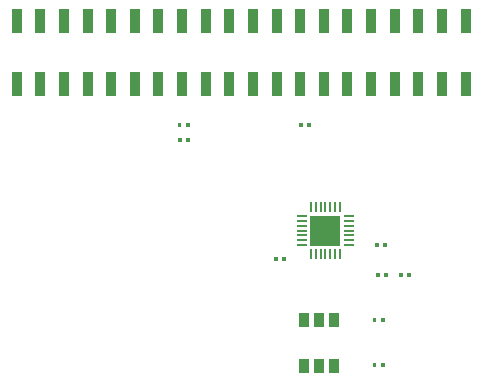
<source format=gbr>
G04 #@! TF.GenerationSoftware,KiCad,Pcbnew,5.1.2-1.fc30*
G04 #@! TF.CreationDate,2019-05-22T10:25:12+05:30*
G04 #@! TF.ProjectId,sx1509,73783135-3039-42e6-9b69-6361645f7063,v0.1*
G04 #@! TF.SameCoordinates,Original*
G04 #@! TF.FileFunction,Paste,Top*
G04 #@! TF.FilePolarity,Positive*
%FSLAX46Y46*%
G04 Gerber Fmt 4.6, Leading zero omitted, Abs format (unit mm)*
G04 Created by KiCad (PCBNEW 5.1.2-1.fc30) date 2019-05-22 10:25:12*
%MOMM*%
%LPD*%
G04 APERTURE LIST*
%ADD10R,0.198120X0.848360*%
%ADD11R,0.848360X0.198120*%
%ADD12R,2.649220X2.649220*%
%ADD13R,0.890000X2.100000*%
%ADD14C,0.100000*%
%ADD15C,0.318000*%
%ADD16R,0.970000X1.270000*%
G04 APERTURE END LIST*
D10*
X137336880Y-117118420D03*
X136935560Y-117118420D03*
X136536780Y-117118420D03*
X136138000Y-117118420D03*
X135739220Y-117118420D03*
X135340440Y-117118420D03*
X134939120Y-117118420D03*
D11*
X134164420Y-117893120D03*
X134164420Y-118294440D03*
X134164420Y-118693220D03*
X134164420Y-119092000D03*
X134164420Y-119490780D03*
X134164420Y-119889560D03*
X134164420Y-120290880D03*
D10*
X134939120Y-121065580D03*
X135340440Y-121065580D03*
X135739220Y-121065580D03*
X136138000Y-121065580D03*
X136536780Y-121065580D03*
X136935560Y-121065580D03*
X137336880Y-121065580D03*
D11*
X138111580Y-120290880D03*
X138111580Y-119889560D03*
X138111580Y-119490780D03*
X138111580Y-119092000D03*
X138111580Y-118693220D03*
X138111580Y-118294440D03*
X138111580Y-117893120D03*
D12*
X136138000Y-119092000D03*
D13*
X148000000Y-101350000D03*
X146000000Y-101350000D03*
X144000000Y-101350000D03*
X142000000Y-101350000D03*
X140000000Y-101350000D03*
X138000000Y-101350000D03*
X136000000Y-101350000D03*
X134000000Y-101350000D03*
X132000000Y-101350000D03*
X130000000Y-101350000D03*
X128000000Y-101350000D03*
X126000000Y-101350000D03*
X124000000Y-101350000D03*
X122000000Y-101350000D03*
X120000000Y-101350000D03*
X118000000Y-101350000D03*
X116000000Y-101350000D03*
X114000000Y-101350000D03*
X148000000Y-106650000D03*
X146000000Y-106650000D03*
X144000000Y-106650000D03*
X142000000Y-106650000D03*
X140000000Y-106650000D03*
X138000000Y-106650000D03*
X136000000Y-106650000D03*
X134000000Y-106650000D03*
X132000000Y-106650000D03*
X130000000Y-106650000D03*
X128000000Y-106650000D03*
X126000000Y-106650000D03*
X124000000Y-106650000D03*
X122000000Y-106650000D03*
X120000000Y-106650000D03*
X118000000Y-106650000D03*
X116000000Y-106650000D03*
X110000000Y-106650000D03*
X110000000Y-101350000D03*
X112000000Y-101350000D03*
X112000000Y-106650000D03*
X114000000Y-106650000D03*
D14*
G36*
X132036292Y-121301383D02*
G01*
X132044010Y-121302528D01*
X132051578Y-121304423D01*
X132058923Y-121307052D01*
X132065976Y-121310387D01*
X132072668Y-121314398D01*
X132078934Y-121319046D01*
X132084715Y-121324285D01*
X132089954Y-121330066D01*
X132094602Y-121336332D01*
X132098613Y-121343024D01*
X132101948Y-121350077D01*
X132104577Y-121357422D01*
X132106472Y-121364990D01*
X132107617Y-121372708D01*
X132108000Y-121380500D01*
X132108000Y-121581500D01*
X132107617Y-121589292D01*
X132106472Y-121597010D01*
X132104577Y-121604578D01*
X132101948Y-121611923D01*
X132098613Y-121618976D01*
X132094602Y-121625668D01*
X132089954Y-121631934D01*
X132084715Y-121637715D01*
X132078934Y-121642954D01*
X132072668Y-121647602D01*
X132065976Y-121651613D01*
X132058923Y-121654948D01*
X132051578Y-121657577D01*
X132044010Y-121659472D01*
X132036292Y-121660617D01*
X132028500Y-121661000D01*
X131869500Y-121661000D01*
X131861708Y-121660617D01*
X131853990Y-121659472D01*
X131846422Y-121657577D01*
X131839077Y-121654948D01*
X131832024Y-121651613D01*
X131825332Y-121647602D01*
X131819066Y-121642954D01*
X131813285Y-121637715D01*
X131808046Y-121631934D01*
X131803398Y-121625668D01*
X131799387Y-121618976D01*
X131796052Y-121611923D01*
X131793423Y-121604578D01*
X131791528Y-121597010D01*
X131790383Y-121589292D01*
X131790000Y-121581500D01*
X131790000Y-121380500D01*
X131790383Y-121372708D01*
X131791528Y-121364990D01*
X131793423Y-121357422D01*
X131796052Y-121350077D01*
X131799387Y-121343024D01*
X131803398Y-121336332D01*
X131808046Y-121330066D01*
X131813285Y-121324285D01*
X131819066Y-121319046D01*
X131825332Y-121314398D01*
X131832024Y-121310387D01*
X131839077Y-121307052D01*
X131846422Y-121304423D01*
X131853990Y-121302528D01*
X131861708Y-121301383D01*
X131869500Y-121301000D01*
X132028500Y-121301000D01*
X132036292Y-121301383D01*
X132036292Y-121301383D01*
G37*
D15*
X131949000Y-121481000D03*
D14*
G36*
X132726292Y-121301383D02*
G01*
X132734010Y-121302528D01*
X132741578Y-121304423D01*
X132748923Y-121307052D01*
X132755976Y-121310387D01*
X132762668Y-121314398D01*
X132768934Y-121319046D01*
X132774715Y-121324285D01*
X132779954Y-121330066D01*
X132784602Y-121336332D01*
X132788613Y-121343024D01*
X132791948Y-121350077D01*
X132794577Y-121357422D01*
X132796472Y-121364990D01*
X132797617Y-121372708D01*
X132798000Y-121380500D01*
X132798000Y-121581500D01*
X132797617Y-121589292D01*
X132796472Y-121597010D01*
X132794577Y-121604578D01*
X132791948Y-121611923D01*
X132788613Y-121618976D01*
X132784602Y-121625668D01*
X132779954Y-121631934D01*
X132774715Y-121637715D01*
X132768934Y-121642954D01*
X132762668Y-121647602D01*
X132755976Y-121651613D01*
X132748923Y-121654948D01*
X132741578Y-121657577D01*
X132734010Y-121659472D01*
X132726292Y-121660617D01*
X132718500Y-121661000D01*
X132559500Y-121661000D01*
X132551708Y-121660617D01*
X132543990Y-121659472D01*
X132536422Y-121657577D01*
X132529077Y-121654948D01*
X132522024Y-121651613D01*
X132515332Y-121647602D01*
X132509066Y-121642954D01*
X132503285Y-121637715D01*
X132498046Y-121631934D01*
X132493398Y-121625668D01*
X132489387Y-121618976D01*
X132486052Y-121611923D01*
X132483423Y-121604578D01*
X132481528Y-121597010D01*
X132480383Y-121589292D01*
X132480000Y-121581500D01*
X132480000Y-121380500D01*
X132480383Y-121372708D01*
X132481528Y-121364990D01*
X132483423Y-121357422D01*
X132486052Y-121350077D01*
X132489387Y-121343024D01*
X132493398Y-121336332D01*
X132498046Y-121330066D01*
X132503285Y-121324285D01*
X132509066Y-121319046D01*
X132515332Y-121314398D01*
X132522024Y-121310387D01*
X132529077Y-121307052D01*
X132536422Y-121304423D01*
X132543990Y-121302528D01*
X132551708Y-121301383D01*
X132559500Y-121301000D01*
X132718500Y-121301000D01*
X132726292Y-121301383D01*
X132726292Y-121301383D01*
G37*
D15*
X132639000Y-121481000D03*
D14*
G36*
X143292292Y-122680383D02*
G01*
X143300010Y-122681528D01*
X143307578Y-122683423D01*
X143314923Y-122686052D01*
X143321976Y-122689387D01*
X143328668Y-122693398D01*
X143334934Y-122698046D01*
X143340715Y-122703285D01*
X143345954Y-122709066D01*
X143350602Y-122715332D01*
X143354613Y-122722024D01*
X143357948Y-122729077D01*
X143360577Y-122736422D01*
X143362472Y-122743990D01*
X143363617Y-122751708D01*
X143364000Y-122759500D01*
X143364000Y-122960500D01*
X143363617Y-122968292D01*
X143362472Y-122976010D01*
X143360577Y-122983578D01*
X143357948Y-122990923D01*
X143354613Y-122997976D01*
X143350602Y-123004668D01*
X143345954Y-123010934D01*
X143340715Y-123016715D01*
X143334934Y-123021954D01*
X143328668Y-123026602D01*
X143321976Y-123030613D01*
X143314923Y-123033948D01*
X143307578Y-123036577D01*
X143300010Y-123038472D01*
X143292292Y-123039617D01*
X143284500Y-123040000D01*
X143125500Y-123040000D01*
X143117708Y-123039617D01*
X143109990Y-123038472D01*
X143102422Y-123036577D01*
X143095077Y-123033948D01*
X143088024Y-123030613D01*
X143081332Y-123026602D01*
X143075066Y-123021954D01*
X143069285Y-123016715D01*
X143064046Y-123010934D01*
X143059398Y-123004668D01*
X143055387Y-122997976D01*
X143052052Y-122990923D01*
X143049423Y-122983578D01*
X143047528Y-122976010D01*
X143046383Y-122968292D01*
X143046000Y-122960500D01*
X143046000Y-122759500D01*
X143046383Y-122751708D01*
X143047528Y-122743990D01*
X143049423Y-122736422D01*
X143052052Y-122729077D01*
X143055387Y-122722024D01*
X143059398Y-122715332D01*
X143064046Y-122709066D01*
X143069285Y-122703285D01*
X143075066Y-122698046D01*
X143081332Y-122693398D01*
X143088024Y-122689387D01*
X143095077Y-122686052D01*
X143102422Y-122683423D01*
X143109990Y-122681528D01*
X143117708Y-122680383D01*
X143125500Y-122680000D01*
X143284500Y-122680000D01*
X143292292Y-122680383D01*
X143292292Y-122680383D01*
G37*
D15*
X143205000Y-122860000D03*
D14*
G36*
X142602292Y-122680383D02*
G01*
X142610010Y-122681528D01*
X142617578Y-122683423D01*
X142624923Y-122686052D01*
X142631976Y-122689387D01*
X142638668Y-122693398D01*
X142644934Y-122698046D01*
X142650715Y-122703285D01*
X142655954Y-122709066D01*
X142660602Y-122715332D01*
X142664613Y-122722024D01*
X142667948Y-122729077D01*
X142670577Y-122736422D01*
X142672472Y-122743990D01*
X142673617Y-122751708D01*
X142674000Y-122759500D01*
X142674000Y-122960500D01*
X142673617Y-122968292D01*
X142672472Y-122976010D01*
X142670577Y-122983578D01*
X142667948Y-122990923D01*
X142664613Y-122997976D01*
X142660602Y-123004668D01*
X142655954Y-123010934D01*
X142650715Y-123016715D01*
X142644934Y-123021954D01*
X142638668Y-123026602D01*
X142631976Y-123030613D01*
X142624923Y-123033948D01*
X142617578Y-123036577D01*
X142610010Y-123038472D01*
X142602292Y-123039617D01*
X142594500Y-123040000D01*
X142435500Y-123040000D01*
X142427708Y-123039617D01*
X142419990Y-123038472D01*
X142412422Y-123036577D01*
X142405077Y-123033948D01*
X142398024Y-123030613D01*
X142391332Y-123026602D01*
X142385066Y-123021954D01*
X142379285Y-123016715D01*
X142374046Y-123010934D01*
X142369398Y-123004668D01*
X142365387Y-122997976D01*
X142362052Y-122990923D01*
X142359423Y-122983578D01*
X142357528Y-122976010D01*
X142356383Y-122968292D01*
X142356000Y-122960500D01*
X142356000Y-122759500D01*
X142356383Y-122751708D01*
X142357528Y-122743990D01*
X142359423Y-122736422D01*
X142362052Y-122729077D01*
X142365387Y-122722024D01*
X142369398Y-122715332D01*
X142374046Y-122709066D01*
X142379285Y-122703285D01*
X142385066Y-122698046D01*
X142391332Y-122693398D01*
X142398024Y-122689387D01*
X142405077Y-122686052D01*
X142412422Y-122683423D01*
X142419990Y-122681528D01*
X142427708Y-122680383D01*
X142435500Y-122680000D01*
X142594500Y-122680000D01*
X142602292Y-122680383D01*
X142602292Y-122680383D01*
G37*
D15*
X142515000Y-122860000D03*
D14*
G36*
X140667292Y-122680383D02*
G01*
X140675010Y-122681528D01*
X140682578Y-122683423D01*
X140689923Y-122686052D01*
X140696976Y-122689387D01*
X140703668Y-122693398D01*
X140709934Y-122698046D01*
X140715715Y-122703285D01*
X140720954Y-122709066D01*
X140725602Y-122715332D01*
X140729613Y-122722024D01*
X140732948Y-122729077D01*
X140735577Y-122736422D01*
X140737472Y-122743990D01*
X140738617Y-122751708D01*
X140739000Y-122759500D01*
X140739000Y-122960500D01*
X140738617Y-122968292D01*
X140737472Y-122976010D01*
X140735577Y-122983578D01*
X140732948Y-122990923D01*
X140729613Y-122997976D01*
X140725602Y-123004668D01*
X140720954Y-123010934D01*
X140715715Y-123016715D01*
X140709934Y-123021954D01*
X140703668Y-123026602D01*
X140696976Y-123030613D01*
X140689923Y-123033948D01*
X140682578Y-123036577D01*
X140675010Y-123038472D01*
X140667292Y-123039617D01*
X140659500Y-123040000D01*
X140500500Y-123040000D01*
X140492708Y-123039617D01*
X140484990Y-123038472D01*
X140477422Y-123036577D01*
X140470077Y-123033948D01*
X140463024Y-123030613D01*
X140456332Y-123026602D01*
X140450066Y-123021954D01*
X140444285Y-123016715D01*
X140439046Y-123010934D01*
X140434398Y-123004668D01*
X140430387Y-122997976D01*
X140427052Y-122990923D01*
X140424423Y-122983578D01*
X140422528Y-122976010D01*
X140421383Y-122968292D01*
X140421000Y-122960500D01*
X140421000Y-122759500D01*
X140421383Y-122751708D01*
X140422528Y-122743990D01*
X140424423Y-122736422D01*
X140427052Y-122729077D01*
X140430387Y-122722024D01*
X140434398Y-122715332D01*
X140439046Y-122709066D01*
X140444285Y-122703285D01*
X140450066Y-122698046D01*
X140456332Y-122693398D01*
X140463024Y-122689387D01*
X140470077Y-122686052D01*
X140477422Y-122683423D01*
X140484990Y-122681528D01*
X140492708Y-122680383D01*
X140500500Y-122680000D01*
X140659500Y-122680000D01*
X140667292Y-122680383D01*
X140667292Y-122680383D01*
G37*
D15*
X140580000Y-122860000D03*
D14*
G36*
X141357292Y-122680383D02*
G01*
X141365010Y-122681528D01*
X141372578Y-122683423D01*
X141379923Y-122686052D01*
X141386976Y-122689387D01*
X141393668Y-122693398D01*
X141399934Y-122698046D01*
X141405715Y-122703285D01*
X141410954Y-122709066D01*
X141415602Y-122715332D01*
X141419613Y-122722024D01*
X141422948Y-122729077D01*
X141425577Y-122736422D01*
X141427472Y-122743990D01*
X141428617Y-122751708D01*
X141429000Y-122759500D01*
X141429000Y-122960500D01*
X141428617Y-122968292D01*
X141427472Y-122976010D01*
X141425577Y-122983578D01*
X141422948Y-122990923D01*
X141419613Y-122997976D01*
X141415602Y-123004668D01*
X141410954Y-123010934D01*
X141405715Y-123016715D01*
X141399934Y-123021954D01*
X141393668Y-123026602D01*
X141386976Y-123030613D01*
X141379923Y-123033948D01*
X141372578Y-123036577D01*
X141365010Y-123038472D01*
X141357292Y-123039617D01*
X141349500Y-123040000D01*
X141190500Y-123040000D01*
X141182708Y-123039617D01*
X141174990Y-123038472D01*
X141167422Y-123036577D01*
X141160077Y-123033948D01*
X141153024Y-123030613D01*
X141146332Y-123026602D01*
X141140066Y-123021954D01*
X141134285Y-123016715D01*
X141129046Y-123010934D01*
X141124398Y-123004668D01*
X141120387Y-122997976D01*
X141117052Y-122990923D01*
X141114423Y-122983578D01*
X141112528Y-122976010D01*
X141111383Y-122968292D01*
X141111000Y-122960500D01*
X141111000Y-122759500D01*
X141111383Y-122751708D01*
X141112528Y-122743990D01*
X141114423Y-122736422D01*
X141117052Y-122729077D01*
X141120387Y-122722024D01*
X141124398Y-122715332D01*
X141129046Y-122709066D01*
X141134285Y-122703285D01*
X141140066Y-122698046D01*
X141146332Y-122693398D01*
X141153024Y-122689387D01*
X141160077Y-122686052D01*
X141167422Y-122683423D01*
X141174990Y-122681528D01*
X141182708Y-122680383D01*
X141190500Y-122680000D01*
X141349500Y-122680000D01*
X141357292Y-122680383D01*
X141357292Y-122680383D01*
G37*
D15*
X141270000Y-122860000D03*
D14*
G36*
X134151292Y-109975383D02*
G01*
X134159010Y-109976528D01*
X134166578Y-109978423D01*
X134173923Y-109981052D01*
X134180976Y-109984387D01*
X134187668Y-109988398D01*
X134193934Y-109993046D01*
X134199715Y-109998285D01*
X134204954Y-110004066D01*
X134209602Y-110010332D01*
X134213613Y-110017024D01*
X134216948Y-110024077D01*
X134219577Y-110031422D01*
X134221472Y-110038990D01*
X134222617Y-110046708D01*
X134223000Y-110054500D01*
X134223000Y-110255500D01*
X134222617Y-110263292D01*
X134221472Y-110271010D01*
X134219577Y-110278578D01*
X134216948Y-110285923D01*
X134213613Y-110292976D01*
X134209602Y-110299668D01*
X134204954Y-110305934D01*
X134199715Y-110311715D01*
X134193934Y-110316954D01*
X134187668Y-110321602D01*
X134180976Y-110325613D01*
X134173923Y-110328948D01*
X134166578Y-110331577D01*
X134159010Y-110333472D01*
X134151292Y-110334617D01*
X134143500Y-110335000D01*
X133984500Y-110335000D01*
X133976708Y-110334617D01*
X133968990Y-110333472D01*
X133961422Y-110331577D01*
X133954077Y-110328948D01*
X133947024Y-110325613D01*
X133940332Y-110321602D01*
X133934066Y-110316954D01*
X133928285Y-110311715D01*
X133923046Y-110305934D01*
X133918398Y-110299668D01*
X133914387Y-110292976D01*
X133911052Y-110285923D01*
X133908423Y-110278578D01*
X133906528Y-110271010D01*
X133905383Y-110263292D01*
X133905000Y-110255500D01*
X133905000Y-110054500D01*
X133905383Y-110046708D01*
X133906528Y-110038990D01*
X133908423Y-110031422D01*
X133911052Y-110024077D01*
X133914387Y-110017024D01*
X133918398Y-110010332D01*
X133923046Y-110004066D01*
X133928285Y-109998285D01*
X133934066Y-109993046D01*
X133940332Y-109988398D01*
X133947024Y-109984387D01*
X133954077Y-109981052D01*
X133961422Y-109978423D01*
X133968990Y-109976528D01*
X133976708Y-109975383D01*
X133984500Y-109975000D01*
X134143500Y-109975000D01*
X134151292Y-109975383D01*
X134151292Y-109975383D01*
G37*
D15*
X134064000Y-110155000D03*
D14*
G36*
X134841292Y-109975383D02*
G01*
X134849010Y-109976528D01*
X134856578Y-109978423D01*
X134863923Y-109981052D01*
X134870976Y-109984387D01*
X134877668Y-109988398D01*
X134883934Y-109993046D01*
X134889715Y-109998285D01*
X134894954Y-110004066D01*
X134899602Y-110010332D01*
X134903613Y-110017024D01*
X134906948Y-110024077D01*
X134909577Y-110031422D01*
X134911472Y-110038990D01*
X134912617Y-110046708D01*
X134913000Y-110054500D01*
X134913000Y-110255500D01*
X134912617Y-110263292D01*
X134911472Y-110271010D01*
X134909577Y-110278578D01*
X134906948Y-110285923D01*
X134903613Y-110292976D01*
X134899602Y-110299668D01*
X134894954Y-110305934D01*
X134889715Y-110311715D01*
X134883934Y-110316954D01*
X134877668Y-110321602D01*
X134870976Y-110325613D01*
X134863923Y-110328948D01*
X134856578Y-110331577D01*
X134849010Y-110333472D01*
X134841292Y-110334617D01*
X134833500Y-110335000D01*
X134674500Y-110335000D01*
X134666708Y-110334617D01*
X134658990Y-110333472D01*
X134651422Y-110331577D01*
X134644077Y-110328948D01*
X134637024Y-110325613D01*
X134630332Y-110321602D01*
X134624066Y-110316954D01*
X134618285Y-110311715D01*
X134613046Y-110305934D01*
X134608398Y-110299668D01*
X134604387Y-110292976D01*
X134601052Y-110285923D01*
X134598423Y-110278578D01*
X134596528Y-110271010D01*
X134595383Y-110263292D01*
X134595000Y-110255500D01*
X134595000Y-110054500D01*
X134595383Y-110046708D01*
X134596528Y-110038990D01*
X134598423Y-110031422D01*
X134601052Y-110024077D01*
X134604387Y-110017024D01*
X134608398Y-110010332D01*
X134613046Y-110004066D01*
X134618285Y-109998285D01*
X134624066Y-109993046D01*
X134630332Y-109988398D01*
X134637024Y-109984387D01*
X134644077Y-109981052D01*
X134651422Y-109978423D01*
X134658990Y-109976528D01*
X134666708Y-109975383D01*
X134674500Y-109975000D01*
X134833500Y-109975000D01*
X134841292Y-109975383D01*
X134841292Y-109975383D01*
G37*
D15*
X134754000Y-110155000D03*
D14*
G36*
X141267292Y-120140383D02*
G01*
X141275010Y-120141528D01*
X141282578Y-120143423D01*
X141289923Y-120146052D01*
X141296976Y-120149387D01*
X141303668Y-120153398D01*
X141309934Y-120158046D01*
X141315715Y-120163285D01*
X141320954Y-120169066D01*
X141325602Y-120175332D01*
X141329613Y-120182024D01*
X141332948Y-120189077D01*
X141335577Y-120196422D01*
X141337472Y-120203990D01*
X141338617Y-120211708D01*
X141339000Y-120219500D01*
X141339000Y-120420500D01*
X141338617Y-120428292D01*
X141337472Y-120436010D01*
X141335577Y-120443578D01*
X141332948Y-120450923D01*
X141329613Y-120457976D01*
X141325602Y-120464668D01*
X141320954Y-120470934D01*
X141315715Y-120476715D01*
X141309934Y-120481954D01*
X141303668Y-120486602D01*
X141296976Y-120490613D01*
X141289923Y-120493948D01*
X141282578Y-120496577D01*
X141275010Y-120498472D01*
X141267292Y-120499617D01*
X141259500Y-120500000D01*
X141100500Y-120500000D01*
X141092708Y-120499617D01*
X141084990Y-120498472D01*
X141077422Y-120496577D01*
X141070077Y-120493948D01*
X141063024Y-120490613D01*
X141056332Y-120486602D01*
X141050066Y-120481954D01*
X141044285Y-120476715D01*
X141039046Y-120470934D01*
X141034398Y-120464668D01*
X141030387Y-120457976D01*
X141027052Y-120450923D01*
X141024423Y-120443578D01*
X141022528Y-120436010D01*
X141021383Y-120428292D01*
X141021000Y-120420500D01*
X141021000Y-120219500D01*
X141021383Y-120211708D01*
X141022528Y-120203990D01*
X141024423Y-120196422D01*
X141027052Y-120189077D01*
X141030387Y-120182024D01*
X141034398Y-120175332D01*
X141039046Y-120169066D01*
X141044285Y-120163285D01*
X141050066Y-120158046D01*
X141056332Y-120153398D01*
X141063024Y-120149387D01*
X141070077Y-120146052D01*
X141077422Y-120143423D01*
X141084990Y-120141528D01*
X141092708Y-120140383D01*
X141100500Y-120140000D01*
X141259500Y-120140000D01*
X141267292Y-120140383D01*
X141267292Y-120140383D01*
G37*
D15*
X141180000Y-120320000D03*
D14*
G36*
X140577292Y-120140383D02*
G01*
X140585010Y-120141528D01*
X140592578Y-120143423D01*
X140599923Y-120146052D01*
X140606976Y-120149387D01*
X140613668Y-120153398D01*
X140619934Y-120158046D01*
X140625715Y-120163285D01*
X140630954Y-120169066D01*
X140635602Y-120175332D01*
X140639613Y-120182024D01*
X140642948Y-120189077D01*
X140645577Y-120196422D01*
X140647472Y-120203990D01*
X140648617Y-120211708D01*
X140649000Y-120219500D01*
X140649000Y-120420500D01*
X140648617Y-120428292D01*
X140647472Y-120436010D01*
X140645577Y-120443578D01*
X140642948Y-120450923D01*
X140639613Y-120457976D01*
X140635602Y-120464668D01*
X140630954Y-120470934D01*
X140625715Y-120476715D01*
X140619934Y-120481954D01*
X140613668Y-120486602D01*
X140606976Y-120490613D01*
X140599923Y-120493948D01*
X140592578Y-120496577D01*
X140585010Y-120498472D01*
X140577292Y-120499617D01*
X140569500Y-120500000D01*
X140410500Y-120500000D01*
X140402708Y-120499617D01*
X140394990Y-120498472D01*
X140387422Y-120496577D01*
X140380077Y-120493948D01*
X140373024Y-120490613D01*
X140366332Y-120486602D01*
X140360066Y-120481954D01*
X140354285Y-120476715D01*
X140349046Y-120470934D01*
X140344398Y-120464668D01*
X140340387Y-120457976D01*
X140337052Y-120450923D01*
X140334423Y-120443578D01*
X140332528Y-120436010D01*
X140331383Y-120428292D01*
X140331000Y-120420500D01*
X140331000Y-120219500D01*
X140331383Y-120211708D01*
X140332528Y-120203990D01*
X140334423Y-120196422D01*
X140337052Y-120189077D01*
X140340387Y-120182024D01*
X140344398Y-120175332D01*
X140349046Y-120169066D01*
X140354285Y-120163285D01*
X140360066Y-120158046D01*
X140366332Y-120153398D01*
X140373024Y-120149387D01*
X140380077Y-120146052D01*
X140387422Y-120143423D01*
X140394990Y-120141528D01*
X140402708Y-120140383D01*
X140410500Y-120140000D01*
X140569500Y-120140000D01*
X140577292Y-120140383D01*
X140577292Y-120140383D01*
G37*
D15*
X140490000Y-120320000D03*
D14*
G36*
X141072292Y-130300383D02*
G01*
X141080010Y-130301528D01*
X141087578Y-130303423D01*
X141094923Y-130306052D01*
X141101976Y-130309387D01*
X141108668Y-130313398D01*
X141114934Y-130318046D01*
X141120715Y-130323285D01*
X141125954Y-130329066D01*
X141130602Y-130335332D01*
X141134613Y-130342024D01*
X141137948Y-130349077D01*
X141140577Y-130356422D01*
X141142472Y-130363990D01*
X141143617Y-130371708D01*
X141144000Y-130379500D01*
X141144000Y-130580500D01*
X141143617Y-130588292D01*
X141142472Y-130596010D01*
X141140577Y-130603578D01*
X141137948Y-130610923D01*
X141134613Y-130617976D01*
X141130602Y-130624668D01*
X141125954Y-130630934D01*
X141120715Y-130636715D01*
X141114934Y-130641954D01*
X141108668Y-130646602D01*
X141101976Y-130650613D01*
X141094923Y-130653948D01*
X141087578Y-130656577D01*
X141080010Y-130658472D01*
X141072292Y-130659617D01*
X141064500Y-130660000D01*
X140905500Y-130660000D01*
X140897708Y-130659617D01*
X140889990Y-130658472D01*
X140882422Y-130656577D01*
X140875077Y-130653948D01*
X140868024Y-130650613D01*
X140861332Y-130646602D01*
X140855066Y-130641954D01*
X140849285Y-130636715D01*
X140844046Y-130630934D01*
X140839398Y-130624668D01*
X140835387Y-130617976D01*
X140832052Y-130610923D01*
X140829423Y-130603578D01*
X140827528Y-130596010D01*
X140826383Y-130588292D01*
X140826000Y-130580500D01*
X140826000Y-130379500D01*
X140826383Y-130371708D01*
X140827528Y-130363990D01*
X140829423Y-130356422D01*
X140832052Y-130349077D01*
X140835387Y-130342024D01*
X140839398Y-130335332D01*
X140844046Y-130329066D01*
X140849285Y-130323285D01*
X140855066Y-130318046D01*
X140861332Y-130313398D01*
X140868024Y-130309387D01*
X140875077Y-130306052D01*
X140882422Y-130303423D01*
X140889990Y-130301528D01*
X140897708Y-130300383D01*
X140905500Y-130300000D01*
X141064500Y-130300000D01*
X141072292Y-130300383D01*
X141072292Y-130300383D01*
G37*
D15*
X140985000Y-130480000D03*
D14*
G36*
X140382292Y-130300383D02*
G01*
X140390010Y-130301528D01*
X140397578Y-130303423D01*
X140404923Y-130306052D01*
X140411976Y-130309387D01*
X140418668Y-130313398D01*
X140424934Y-130318046D01*
X140430715Y-130323285D01*
X140435954Y-130329066D01*
X140440602Y-130335332D01*
X140444613Y-130342024D01*
X140447948Y-130349077D01*
X140450577Y-130356422D01*
X140452472Y-130363990D01*
X140453617Y-130371708D01*
X140454000Y-130379500D01*
X140454000Y-130580500D01*
X140453617Y-130588292D01*
X140452472Y-130596010D01*
X140450577Y-130603578D01*
X140447948Y-130610923D01*
X140444613Y-130617976D01*
X140440602Y-130624668D01*
X140435954Y-130630934D01*
X140430715Y-130636715D01*
X140424934Y-130641954D01*
X140418668Y-130646602D01*
X140411976Y-130650613D01*
X140404923Y-130653948D01*
X140397578Y-130656577D01*
X140390010Y-130658472D01*
X140382292Y-130659617D01*
X140374500Y-130660000D01*
X140215500Y-130660000D01*
X140207708Y-130659617D01*
X140199990Y-130658472D01*
X140192422Y-130656577D01*
X140185077Y-130653948D01*
X140178024Y-130650613D01*
X140171332Y-130646602D01*
X140165066Y-130641954D01*
X140159285Y-130636715D01*
X140154046Y-130630934D01*
X140149398Y-130624668D01*
X140145387Y-130617976D01*
X140142052Y-130610923D01*
X140139423Y-130603578D01*
X140137528Y-130596010D01*
X140136383Y-130588292D01*
X140136000Y-130580500D01*
X140136000Y-130379500D01*
X140136383Y-130371708D01*
X140137528Y-130363990D01*
X140139423Y-130356422D01*
X140142052Y-130349077D01*
X140145387Y-130342024D01*
X140149398Y-130335332D01*
X140154046Y-130329066D01*
X140159285Y-130323285D01*
X140165066Y-130318046D01*
X140171332Y-130313398D01*
X140178024Y-130309387D01*
X140185077Y-130306052D01*
X140192422Y-130303423D01*
X140199990Y-130301528D01*
X140207708Y-130300383D01*
X140215500Y-130300000D01*
X140374500Y-130300000D01*
X140382292Y-130300383D01*
X140382292Y-130300383D01*
G37*
D15*
X140295000Y-130480000D03*
D14*
G36*
X140382292Y-126490383D02*
G01*
X140390010Y-126491528D01*
X140397578Y-126493423D01*
X140404923Y-126496052D01*
X140411976Y-126499387D01*
X140418668Y-126503398D01*
X140424934Y-126508046D01*
X140430715Y-126513285D01*
X140435954Y-126519066D01*
X140440602Y-126525332D01*
X140444613Y-126532024D01*
X140447948Y-126539077D01*
X140450577Y-126546422D01*
X140452472Y-126553990D01*
X140453617Y-126561708D01*
X140454000Y-126569500D01*
X140454000Y-126770500D01*
X140453617Y-126778292D01*
X140452472Y-126786010D01*
X140450577Y-126793578D01*
X140447948Y-126800923D01*
X140444613Y-126807976D01*
X140440602Y-126814668D01*
X140435954Y-126820934D01*
X140430715Y-126826715D01*
X140424934Y-126831954D01*
X140418668Y-126836602D01*
X140411976Y-126840613D01*
X140404923Y-126843948D01*
X140397578Y-126846577D01*
X140390010Y-126848472D01*
X140382292Y-126849617D01*
X140374500Y-126850000D01*
X140215500Y-126850000D01*
X140207708Y-126849617D01*
X140199990Y-126848472D01*
X140192422Y-126846577D01*
X140185077Y-126843948D01*
X140178024Y-126840613D01*
X140171332Y-126836602D01*
X140165066Y-126831954D01*
X140159285Y-126826715D01*
X140154046Y-126820934D01*
X140149398Y-126814668D01*
X140145387Y-126807976D01*
X140142052Y-126800923D01*
X140139423Y-126793578D01*
X140137528Y-126786010D01*
X140136383Y-126778292D01*
X140136000Y-126770500D01*
X140136000Y-126569500D01*
X140136383Y-126561708D01*
X140137528Y-126553990D01*
X140139423Y-126546422D01*
X140142052Y-126539077D01*
X140145387Y-126532024D01*
X140149398Y-126525332D01*
X140154046Y-126519066D01*
X140159285Y-126513285D01*
X140165066Y-126508046D01*
X140171332Y-126503398D01*
X140178024Y-126499387D01*
X140185077Y-126496052D01*
X140192422Y-126493423D01*
X140199990Y-126491528D01*
X140207708Y-126490383D01*
X140215500Y-126490000D01*
X140374500Y-126490000D01*
X140382292Y-126490383D01*
X140382292Y-126490383D01*
G37*
D15*
X140295000Y-126670000D03*
D14*
G36*
X141072292Y-126490383D02*
G01*
X141080010Y-126491528D01*
X141087578Y-126493423D01*
X141094923Y-126496052D01*
X141101976Y-126499387D01*
X141108668Y-126503398D01*
X141114934Y-126508046D01*
X141120715Y-126513285D01*
X141125954Y-126519066D01*
X141130602Y-126525332D01*
X141134613Y-126532024D01*
X141137948Y-126539077D01*
X141140577Y-126546422D01*
X141142472Y-126553990D01*
X141143617Y-126561708D01*
X141144000Y-126569500D01*
X141144000Y-126770500D01*
X141143617Y-126778292D01*
X141142472Y-126786010D01*
X141140577Y-126793578D01*
X141137948Y-126800923D01*
X141134613Y-126807976D01*
X141130602Y-126814668D01*
X141125954Y-126820934D01*
X141120715Y-126826715D01*
X141114934Y-126831954D01*
X141108668Y-126836602D01*
X141101976Y-126840613D01*
X141094923Y-126843948D01*
X141087578Y-126846577D01*
X141080010Y-126848472D01*
X141072292Y-126849617D01*
X141064500Y-126850000D01*
X140905500Y-126850000D01*
X140897708Y-126849617D01*
X140889990Y-126848472D01*
X140882422Y-126846577D01*
X140875077Y-126843948D01*
X140868024Y-126840613D01*
X140861332Y-126836602D01*
X140855066Y-126831954D01*
X140849285Y-126826715D01*
X140844046Y-126820934D01*
X140839398Y-126814668D01*
X140835387Y-126807976D01*
X140832052Y-126800923D01*
X140829423Y-126793578D01*
X140827528Y-126786010D01*
X140826383Y-126778292D01*
X140826000Y-126770500D01*
X140826000Y-126569500D01*
X140826383Y-126561708D01*
X140827528Y-126553990D01*
X140829423Y-126546422D01*
X140832052Y-126539077D01*
X140835387Y-126532024D01*
X140839398Y-126525332D01*
X140844046Y-126519066D01*
X140849285Y-126513285D01*
X140855066Y-126508046D01*
X140861332Y-126503398D01*
X140868024Y-126499387D01*
X140875077Y-126496052D01*
X140882422Y-126493423D01*
X140889990Y-126491528D01*
X140897708Y-126490383D01*
X140905500Y-126490000D01*
X141064500Y-126490000D01*
X141072292Y-126490383D01*
X141072292Y-126490383D01*
G37*
D15*
X140985000Y-126670000D03*
D14*
G36*
X123908292Y-111250383D02*
G01*
X123916010Y-111251528D01*
X123923578Y-111253423D01*
X123930923Y-111256052D01*
X123937976Y-111259387D01*
X123944668Y-111263398D01*
X123950934Y-111268046D01*
X123956715Y-111273285D01*
X123961954Y-111279066D01*
X123966602Y-111285332D01*
X123970613Y-111292024D01*
X123973948Y-111299077D01*
X123976577Y-111306422D01*
X123978472Y-111313990D01*
X123979617Y-111321708D01*
X123980000Y-111329500D01*
X123980000Y-111530500D01*
X123979617Y-111538292D01*
X123978472Y-111546010D01*
X123976577Y-111553578D01*
X123973948Y-111560923D01*
X123970613Y-111567976D01*
X123966602Y-111574668D01*
X123961954Y-111580934D01*
X123956715Y-111586715D01*
X123950934Y-111591954D01*
X123944668Y-111596602D01*
X123937976Y-111600613D01*
X123930923Y-111603948D01*
X123923578Y-111606577D01*
X123916010Y-111608472D01*
X123908292Y-111609617D01*
X123900500Y-111610000D01*
X123741500Y-111610000D01*
X123733708Y-111609617D01*
X123725990Y-111608472D01*
X123718422Y-111606577D01*
X123711077Y-111603948D01*
X123704024Y-111600613D01*
X123697332Y-111596602D01*
X123691066Y-111591954D01*
X123685285Y-111586715D01*
X123680046Y-111580934D01*
X123675398Y-111574668D01*
X123671387Y-111567976D01*
X123668052Y-111560923D01*
X123665423Y-111553578D01*
X123663528Y-111546010D01*
X123662383Y-111538292D01*
X123662000Y-111530500D01*
X123662000Y-111329500D01*
X123662383Y-111321708D01*
X123663528Y-111313990D01*
X123665423Y-111306422D01*
X123668052Y-111299077D01*
X123671387Y-111292024D01*
X123675398Y-111285332D01*
X123680046Y-111279066D01*
X123685285Y-111273285D01*
X123691066Y-111268046D01*
X123697332Y-111263398D01*
X123704024Y-111259387D01*
X123711077Y-111256052D01*
X123718422Y-111253423D01*
X123725990Y-111251528D01*
X123733708Y-111250383D01*
X123741500Y-111250000D01*
X123900500Y-111250000D01*
X123908292Y-111250383D01*
X123908292Y-111250383D01*
G37*
D15*
X123821000Y-111430000D03*
D14*
G36*
X124598292Y-111250383D02*
G01*
X124606010Y-111251528D01*
X124613578Y-111253423D01*
X124620923Y-111256052D01*
X124627976Y-111259387D01*
X124634668Y-111263398D01*
X124640934Y-111268046D01*
X124646715Y-111273285D01*
X124651954Y-111279066D01*
X124656602Y-111285332D01*
X124660613Y-111292024D01*
X124663948Y-111299077D01*
X124666577Y-111306422D01*
X124668472Y-111313990D01*
X124669617Y-111321708D01*
X124670000Y-111329500D01*
X124670000Y-111530500D01*
X124669617Y-111538292D01*
X124668472Y-111546010D01*
X124666577Y-111553578D01*
X124663948Y-111560923D01*
X124660613Y-111567976D01*
X124656602Y-111574668D01*
X124651954Y-111580934D01*
X124646715Y-111586715D01*
X124640934Y-111591954D01*
X124634668Y-111596602D01*
X124627976Y-111600613D01*
X124620923Y-111603948D01*
X124613578Y-111606577D01*
X124606010Y-111608472D01*
X124598292Y-111609617D01*
X124590500Y-111610000D01*
X124431500Y-111610000D01*
X124423708Y-111609617D01*
X124415990Y-111608472D01*
X124408422Y-111606577D01*
X124401077Y-111603948D01*
X124394024Y-111600613D01*
X124387332Y-111596602D01*
X124381066Y-111591954D01*
X124375285Y-111586715D01*
X124370046Y-111580934D01*
X124365398Y-111574668D01*
X124361387Y-111567976D01*
X124358052Y-111560923D01*
X124355423Y-111553578D01*
X124353528Y-111546010D01*
X124352383Y-111538292D01*
X124352000Y-111530500D01*
X124352000Y-111329500D01*
X124352383Y-111321708D01*
X124353528Y-111313990D01*
X124355423Y-111306422D01*
X124358052Y-111299077D01*
X124361387Y-111292024D01*
X124365398Y-111285332D01*
X124370046Y-111279066D01*
X124375285Y-111273285D01*
X124381066Y-111268046D01*
X124387332Y-111263398D01*
X124394024Y-111259387D01*
X124401077Y-111256052D01*
X124408422Y-111253423D01*
X124415990Y-111251528D01*
X124423708Y-111250383D01*
X124431500Y-111250000D01*
X124590500Y-111250000D01*
X124598292Y-111250383D01*
X124598292Y-111250383D01*
G37*
D15*
X124511000Y-111430000D03*
D14*
G36*
X124562292Y-109980383D02*
G01*
X124570010Y-109981528D01*
X124577578Y-109983423D01*
X124584923Y-109986052D01*
X124591976Y-109989387D01*
X124598668Y-109993398D01*
X124604934Y-109998046D01*
X124610715Y-110003285D01*
X124615954Y-110009066D01*
X124620602Y-110015332D01*
X124624613Y-110022024D01*
X124627948Y-110029077D01*
X124630577Y-110036422D01*
X124632472Y-110043990D01*
X124633617Y-110051708D01*
X124634000Y-110059500D01*
X124634000Y-110260500D01*
X124633617Y-110268292D01*
X124632472Y-110276010D01*
X124630577Y-110283578D01*
X124627948Y-110290923D01*
X124624613Y-110297976D01*
X124620602Y-110304668D01*
X124615954Y-110310934D01*
X124610715Y-110316715D01*
X124604934Y-110321954D01*
X124598668Y-110326602D01*
X124591976Y-110330613D01*
X124584923Y-110333948D01*
X124577578Y-110336577D01*
X124570010Y-110338472D01*
X124562292Y-110339617D01*
X124554500Y-110340000D01*
X124395500Y-110340000D01*
X124387708Y-110339617D01*
X124379990Y-110338472D01*
X124372422Y-110336577D01*
X124365077Y-110333948D01*
X124358024Y-110330613D01*
X124351332Y-110326602D01*
X124345066Y-110321954D01*
X124339285Y-110316715D01*
X124334046Y-110310934D01*
X124329398Y-110304668D01*
X124325387Y-110297976D01*
X124322052Y-110290923D01*
X124319423Y-110283578D01*
X124317528Y-110276010D01*
X124316383Y-110268292D01*
X124316000Y-110260500D01*
X124316000Y-110059500D01*
X124316383Y-110051708D01*
X124317528Y-110043990D01*
X124319423Y-110036422D01*
X124322052Y-110029077D01*
X124325387Y-110022024D01*
X124329398Y-110015332D01*
X124334046Y-110009066D01*
X124339285Y-110003285D01*
X124345066Y-109998046D01*
X124351332Y-109993398D01*
X124358024Y-109989387D01*
X124365077Y-109986052D01*
X124372422Y-109983423D01*
X124379990Y-109981528D01*
X124387708Y-109980383D01*
X124395500Y-109980000D01*
X124554500Y-109980000D01*
X124562292Y-109980383D01*
X124562292Y-109980383D01*
G37*
D15*
X124475000Y-110160000D03*
D14*
G36*
X123872292Y-109980383D02*
G01*
X123880010Y-109981528D01*
X123887578Y-109983423D01*
X123894923Y-109986052D01*
X123901976Y-109989387D01*
X123908668Y-109993398D01*
X123914934Y-109998046D01*
X123920715Y-110003285D01*
X123925954Y-110009066D01*
X123930602Y-110015332D01*
X123934613Y-110022024D01*
X123937948Y-110029077D01*
X123940577Y-110036422D01*
X123942472Y-110043990D01*
X123943617Y-110051708D01*
X123944000Y-110059500D01*
X123944000Y-110260500D01*
X123943617Y-110268292D01*
X123942472Y-110276010D01*
X123940577Y-110283578D01*
X123937948Y-110290923D01*
X123934613Y-110297976D01*
X123930602Y-110304668D01*
X123925954Y-110310934D01*
X123920715Y-110316715D01*
X123914934Y-110321954D01*
X123908668Y-110326602D01*
X123901976Y-110330613D01*
X123894923Y-110333948D01*
X123887578Y-110336577D01*
X123880010Y-110338472D01*
X123872292Y-110339617D01*
X123864500Y-110340000D01*
X123705500Y-110340000D01*
X123697708Y-110339617D01*
X123689990Y-110338472D01*
X123682422Y-110336577D01*
X123675077Y-110333948D01*
X123668024Y-110330613D01*
X123661332Y-110326602D01*
X123655066Y-110321954D01*
X123649285Y-110316715D01*
X123644046Y-110310934D01*
X123639398Y-110304668D01*
X123635387Y-110297976D01*
X123632052Y-110290923D01*
X123629423Y-110283578D01*
X123627528Y-110276010D01*
X123626383Y-110268292D01*
X123626000Y-110260500D01*
X123626000Y-110059500D01*
X123626383Y-110051708D01*
X123627528Y-110043990D01*
X123629423Y-110036422D01*
X123632052Y-110029077D01*
X123635387Y-110022024D01*
X123639398Y-110015332D01*
X123644046Y-110009066D01*
X123649285Y-110003285D01*
X123655066Y-109998046D01*
X123661332Y-109993398D01*
X123668024Y-109989387D01*
X123675077Y-109986052D01*
X123682422Y-109983423D01*
X123689990Y-109981528D01*
X123697708Y-109980383D01*
X123705500Y-109980000D01*
X123864500Y-109980000D01*
X123872292Y-109980383D01*
X123872292Y-109980383D01*
G37*
D15*
X123785000Y-110160000D03*
D16*
X134328000Y-126683000D03*
X135598000Y-126683000D03*
X136868000Y-126683000D03*
X136855000Y-130594000D03*
X135585000Y-130594000D03*
X134315000Y-130594000D03*
M02*

</source>
